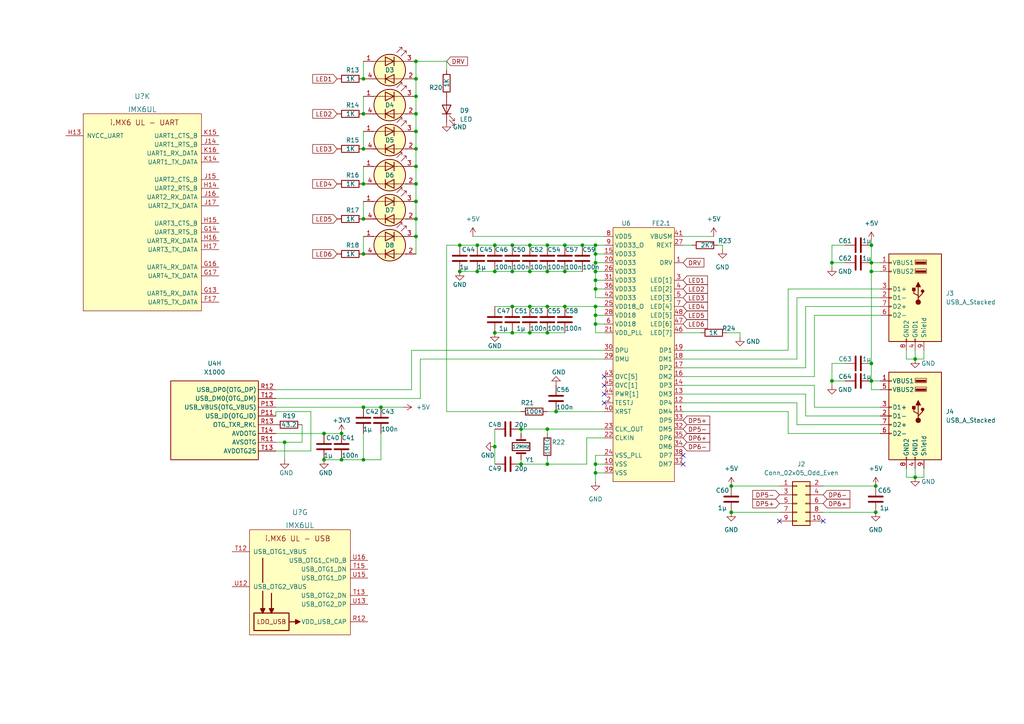
<source format=kicad_sch>
(kicad_sch (version 20211123) (generator eeschema)
  (paper "A4")
  (junction (at 252.73 105.41))
  (junction (at 153.67 71.12))
  (junction (at 163.83 78.74))
  (junction (at 120.65 38.1))
  (junction (at 148.59 88.9))
  (junction (at 252.73 110.49))
  (junction (at 153.67 78.74))
  (junction (at 120.65 17.78))
  (junction (at 172.72 83.82))
  (junction (at 172.72 91.44))
  (junction (at 158.75 88.9))
  (junction (at 161.29 119.38))
  (junction (at 105.41 43.18))
  (junction (at 172.72 93.98))
  (junction (at 138.43 78.74))
  (junction (at 172.72 81.28))
  (junction (at 99.06 133.35))
  (junction (at 120.65 27.94))
  (junction (at 82.55 128.27))
  (junction (at 252.73 71.12))
  (junction (at 158.75 71.12))
  (junction (at 105.41 118.11))
  (junction (at 99.06 125.73))
  (junction (at 252.73 76.2))
  (junction (at 105.41 53.34))
  (junction (at 254 148.59))
  (junction (at 172.72 76.2))
  (junction (at 168.91 71.12))
  (junction (at 158.75 124.46))
  (junction (at 265.43 138.43))
  (junction (at 148.59 78.74))
  (junction (at 93.98 125.73))
  (junction (at 143.51 78.74))
  (junction (at 110.49 118.11))
  (junction (at 254 140.97))
  (junction (at 120.65 53.34))
  (junction (at 105.41 63.5))
  (junction (at 158.75 96.52))
  (junction (at 120.65 68.58))
  (junction (at 148.59 96.52))
  (junction (at 212.09 140.97))
  (junction (at 120.65 33.02))
  (junction (at 133.35 78.74))
  (junction (at 241.3 110.49))
  (junction (at 172.72 88.9))
  (junction (at 143.51 71.12))
  (junction (at 153.67 88.9))
  (junction (at 148.59 71.12))
  (junction (at 120.65 58.42))
  (junction (at 172.72 73.66))
  (junction (at 120.65 22.86))
  (junction (at 151.13 134.62))
  (junction (at 120.65 63.5))
  (junction (at 163.83 88.9))
  (junction (at 93.98 133.35))
  (junction (at 143.51 129.54))
  (junction (at 241.3 76.2))
  (junction (at 158.75 134.62))
  (junction (at 172.72 78.74))
  (junction (at 172.72 134.62))
  (junction (at 172.72 71.12))
  (junction (at 120.65 48.26))
  (junction (at 153.67 96.52))
  (junction (at 133.35 71.12))
  (junction (at 105.41 22.86))
  (junction (at 143.51 96.52))
  (junction (at 105.41 133.35))
  (junction (at 172.72 137.16))
  (junction (at 252.73 78.74))
  (junction (at 105.41 73.66))
  (junction (at 105.41 33.02))
  (junction (at 212.09 148.59))
  (junction (at 163.83 71.12))
  (junction (at 120.65 43.18))
  (junction (at 138.43 71.12))
  (junction (at 265.43 104.14))
  (junction (at 151.13 124.46))
  (junction (at 158.75 78.74))
  (no_connect (at 198.12 134.62))
  (no_connect (at 198.12 132.08))
  (no_connect (at 175.26 114.3))
  (no_connect (at 175.26 111.76))
  (no_connect (at 175.26 109.22))
  (no_connect (at 238.76 151.13))
  (no_connect (at 226.06 151.13))
  (no_connect (at 175.26 116.84))
  (wire (pts (xy 105.41 48.26) (xy 105.41 53.34)))
  (wire (pts (xy 252.73 71.12) (xy 252.73 76.2)))
  (wire (pts (xy 198.12 109.22) (xy 236.22 109.22)))
  (wire (pts (xy 105.41 27.94) (xy 105.41 33.02)))
  (wire (pts (xy 148.59 88.9) (xy 153.67 88.9)))
  (wire (pts (xy 138.43 78.74) (xy 133.35 78.74)))
  (wire (pts (xy 120.65 68.58) (xy 120.65 73.66)))
  (wire (pts (xy 120.65 22.86) (xy 120.65 27.94)))
  (wire (pts (xy 148.59 71.12) (xy 153.67 71.12)))
  (wire (pts (xy 158.75 124.46) (xy 158.75 125.73)))
  (wire (pts (xy 198.12 68.58) (xy 207.01 68.58)))
  (wire (pts (xy 198.12 71.12) (xy 200.66 71.12)))
  (wire (pts (xy 170.18 134.62) (xy 158.75 134.62)))
  (wire (pts (xy 172.72 93.98) (xy 172.72 96.52)))
  (wire (pts (xy 153.67 78.74) (xy 148.59 78.74)))
  (wire (pts (xy 172.72 86.36) (xy 172.72 83.82)))
  (wire (pts (xy 233.68 88.9) (xy 255.27 88.9)))
  (wire (pts (xy 172.72 81.28) (xy 172.72 78.74)))
  (wire (pts (xy 172.72 73.66) (xy 172.72 71.12)))
  (wire (pts (xy 80.01 115.57) (xy 121.92 115.57)))
  (wire (pts (xy 208.28 71.12) (xy 209.55 71.12)))
  (wire (pts (xy 236.22 109.22) (xy 236.22 91.44)))
  (wire (pts (xy 158.75 124.46) (xy 151.13 124.46)))
  (wire (pts (xy 93.98 133.35) (xy 99.06 133.35)))
  (wire (pts (xy 172.72 137.16) (xy 175.26 137.16)))
  (wire (pts (xy 82.55 128.27) (xy 82.55 133.35)))
  (wire (pts (xy 105.41 17.78) (xy 105.41 22.86)))
  (wire (pts (xy 158.75 71.12) (xy 163.83 71.12)))
  (wire (pts (xy 214.63 96.52) (xy 214.63 97.79)))
  (wire (pts (xy 231.14 116.84) (xy 231.14 123.19)))
  (wire (pts (xy 172.72 91.44) (xy 175.26 91.44)))
  (wire (pts (xy 172.72 73.66) (xy 175.26 73.66)))
  (wire (pts (xy 168.91 71.12) (xy 172.72 71.12)))
  (wire (pts (xy 172.72 96.52) (xy 175.26 96.52)))
  (wire (pts (xy 252.73 113.03) (xy 255.27 113.03)))
  (wire (pts (xy 252.73 76.2) (xy 252.73 78.74)))
  (wire (pts (xy 120.65 38.1) (xy 120.65 43.18)))
  (wire (pts (xy 129.54 71.12) (xy 133.35 71.12)))
  (wire (pts (xy 158.75 96.52) (xy 163.83 96.52)))
  (wire (pts (xy 129.54 119.38) (xy 151.13 119.38)))
  (wire (pts (xy 172.72 83.82) (xy 175.26 83.82)))
  (wire (pts (xy 262.89 101.6) (xy 262.89 104.14)))
  (wire (pts (xy 228.6 101.6) (xy 228.6 83.82)))
  (wire (pts (xy 105.41 58.42) (xy 105.41 63.5)))
  (wire (pts (xy 175.26 86.36) (xy 172.72 86.36)))
  (wire (pts (xy 172.72 78.74) (xy 172.72 76.2)))
  (wire (pts (xy 110.49 118.11) (xy 116.84 118.11)))
  (wire (pts (xy 241.3 105.41) (xy 241.3 110.49)))
  (wire (pts (xy 148.59 78.74) (xy 143.51 78.74)))
  (wire (pts (xy 231.14 123.19) (xy 255.27 123.19)))
  (wire (pts (xy 158.75 124.46) (xy 175.26 124.46)))
  (wire (pts (xy 175.26 127) (xy 170.18 127)))
  (wire (pts (xy 252.73 76.2) (xy 255.27 76.2)))
  (wire (pts (xy 233.68 120.65) (xy 233.68 114.3)))
  (wire (pts (xy 265.43 135.89) (xy 265.43 138.43)))
  (wire (pts (xy 158.75 78.74) (xy 153.67 78.74)))
  (wire (pts (xy 231.14 104.14) (xy 231.14 86.36)))
  (wire (pts (xy 133.35 71.12) (xy 138.43 71.12)))
  (wire (pts (xy 80.01 113.03) (xy 119.38 113.03)))
  (wire (pts (xy 120.65 63.5) (xy 120.65 68.58)))
  (wire (pts (xy 233.68 106.68) (xy 233.68 88.9)))
  (wire (pts (xy 228.6 125.73) (xy 228.6 119.38)))
  (wire (pts (xy 121.92 104.14) (xy 121.92 115.57)))
  (wire (pts (xy 172.72 83.82) (xy 172.72 81.28)))
  (wire (pts (xy 252.73 69.85) (xy 252.73 71.12)))
  (wire (pts (xy 172.72 134.62) (xy 175.26 134.62)))
  (wire (pts (xy 252.73 110.49) (xy 252.73 113.03)))
  (wire (pts (xy 172.72 71.12) (xy 175.26 71.12)))
  (wire (pts (xy 163.83 88.9) (xy 172.72 88.9)))
  (wire (pts (xy 241.3 110.49) (xy 241.3 111.76)))
  (wire (pts (xy 236.22 118.11) (xy 255.27 118.11)))
  (wire (pts (xy 212.09 148.59) (xy 226.06 148.59)))
  (wire (pts (xy 161.29 119.38) (xy 175.26 119.38)))
  (wire (pts (xy 198.12 104.14) (xy 231.14 104.14)))
  (wire (pts (xy 80.01 128.27) (xy 82.55 128.27)))
  (wire (pts (xy 129.54 17.78) (xy 129.54 20.32)))
  (wire (pts (xy 241.3 76.2) (xy 241.3 77.47)))
  (wire (pts (xy 90.17 130.81) (xy 90.17 119.38)))
  (wire (pts (xy 143.51 71.12) (xy 148.59 71.12)))
  (wire (pts (xy 143.51 129.54) (xy 143.51 134.62)))
  (wire (pts (xy 153.67 71.12) (xy 158.75 71.12)))
  (wire (pts (xy 265.43 101.6) (xy 265.43 104.14)))
  (wire (pts (xy 158.75 134.62) (xy 151.13 134.62)))
  (wire (pts (xy 99.06 133.35) (xy 105.41 133.35)))
  (wire (pts (xy 137.16 68.58) (xy 175.26 68.58)))
  (wire (pts (xy 252.73 78.74) (xy 252.73 105.41)))
  (wire (pts (xy 170.18 127) (xy 170.18 134.62)))
  (wire (pts (xy 228.6 83.82) (xy 255.27 83.82)))
  (wire (pts (xy 120.65 43.18) (xy 120.65 48.26)))
  (wire (pts (xy 80.01 130.81) (xy 90.17 130.81)))
  (wire (pts (xy 267.97 138.43) (xy 267.97 135.89)))
  (wire (pts (xy 80.01 125.73) (xy 93.98 125.73)))
  (wire (pts (xy 120.65 48.26) (xy 120.65 53.34)))
  (wire (pts (xy 105.41 38.1) (xy 105.41 43.18)))
  (wire (pts (xy 105.41 118.11) (xy 110.49 118.11)))
  (wire (pts (xy 209.55 71.12) (xy 209.55 72.39)))
  (wire (pts (xy 265.43 104.14) (xy 267.97 104.14)))
  (wire (pts (xy 198.12 101.6) (xy 228.6 101.6)))
  (wire (pts (xy 93.98 125.73) (xy 99.06 125.73)))
  (wire (pts (xy 175.26 132.08) (xy 172.72 132.08)))
  (wire (pts (xy 80.01 119.38) (xy 90.17 119.38)))
  (wire (pts (xy 172.72 134.62) (xy 172.72 137.16)))
  (wire (pts (xy 143.51 96.52) (xy 148.59 96.52)))
  (wire (pts (xy 262.89 138.43) (xy 265.43 138.43)))
  (wire (pts (xy 262.89 104.14) (xy 265.43 104.14)))
  (wire (pts (xy 143.51 88.9) (xy 148.59 88.9)))
  (wire (pts (xy 241.3 71.12) (xy 241.3 76.2)))
  (wire (pts (xy 151.13 133.35) (xy 151.13 134.62)))
  (wire (pts (xy 245.11 105.41) (xy 241.3 105.41)))
  (wire (pts (xy 172.72 137.16) (xy 172.72 139.7)))
  (wire (pts (xy 238.76 148.59) (xy 254 148.59)))
  (wire (pts (xy 245.11 76.2) (xy 241.3 76.2)))
  (wire (pts (xy 228.6 125.73) (xy 255.27 125.73)))
  (wire (pts (xy 172.72 132.08) (xy 172.72 134.62)))
  (wire (pts (xy 158.75 119.38) (xy 161.29 119.38)))
  (wire (pts (xy 172.72 88.9) (xy 172.72 91.44)))
  (wire (pts (xy 228.6 119.38) (xy 198.12 119.38)))
  (wire (pts (xy 120.65 53.34) (xy 120.65 58.42)))
  (wire (pts (xy 163.83 71.12) (xy 168.91 71.12)))
  (wire (pts (xy 236.22 111.76) (xy 236.22 118.11)))
  (wire (pts (xy 252.73 105.41) (xy 252.73 110.49)))
  (wire (pts (xy 172.72 76.2) (xy 172.72 73.66)))
  (wire (pts (xy 120.65 27.94) (xy 120.65 33.02)))
  (wire (pts (xy 87.63 123.19) (xy 87.63 128.27)))
  (wire (pts (xy 198.12 96.52) (xy 203.2 96.52)))
  (wire (pts (xy 198.12 111.76) (xy 236.22 111.76)))
  (wire (pts (xy 168.91 78.74) (xy 163.83 78.74)))
  (wire (pts (xy 245.11 110.49) (xy 241.3 110.49)))
  (wire (pts (xy 172.72 76.2) (xy 175.26 76.2)))
  (wire (pts (xy 80.01 118.11) (xy 105.41 118.11)))
  (wire (pts (xy 172.72 78.74) (xy 175.26 78.74)))
  (wire (pts (xy 245.11 71.12) (xy 241.3 71.12)))
  (wire (pts (xy 265.43 138.43) (xy 267.97 138.43)))
  (wire (pts (xy 158.75 88.9) (xy 163.83 88.9)))
  (wire (pts (xy 252.73 110.49) (xy 255.27 110.49)))
  (wire (pts (xy 252.73 78.74) (xy 255.27 78.74)))
  (wire (pts (xy 198.12 106.68) (xy 233.68 106.68)))
  (wire (pts (xy 212.09 140.97) (xy 226.06 140.97)))
  (wire (pts (xy 158.75 133.35) (xy 158.75 134.62)))
  (wire (pts (xy 120.65 17.78) (xy 129.54 17.78)))
  (wire (pts (xy 175.26 104.14) (xy 121.92 104.14)))
  (wire (pts (xy 175.26 101.6) (xy 119.38 101.6)))
  (wire (pts (xy 138.43 71.12) (xy 143.51 71.12)))
  (wire (pts (xy 175.26 88.9) (xy 172.72 88.9)))
  (wire (pts (xy 163.83 78.74) (xy 158.75 78.74)))
  (wire (pts (xy 105.41 125.73) (xy 105.41 133.35)))
  (wire (pts (xy 120.65 33.02) (xy 120.65 38.1)))
  (wire (pts (xy 87.63 128.27) (xy 82.55 128.27)))
  (wire (pts (xy 143.51 124.46) (xy 143.51 129.54)))
  (wire (pts (xy 153.67 96.52) (xy 158.75 96.52)))
  (wire (pts (xy 105.41 68.58) (xy 105.41 73.66)))
  (wire (pts (xy 120.65 58.42) (xy 120.65 63.5)))
  (wire (pts (xy 233.68 114.3) (xy 198.12 114.3)))
  (wire (pts (xy 143.51 78.74) (xy 138.43 78.74)))
  (wire (pts (xy 129.54 119.38) (xy 129.54 71.12)))
  (wire (pts (xy 238.76 140.97) (xy 254 140.97)))
  (wire (pts (xy 151.13 124.46) (xy 151.13 125.73)))
  (wire (pts (xy 233.68 120.65) (xy 255.27 120.65)))
  (wire (pts (xy 172.72 81.28) (xy 175.26 81.28)))
  (wire (pts (xy 153.67 88.9) (xy 158.75 88.9)))
  (wire (pts (xy 267.97 104.14) (xy 267.97 101.6)))
  (wire (pts (xy 110.49 133.35) (xy 110.49 125.73)))
  (wire (pts (xy 105.41 133.35) (xy 110.49 133.35)))
  (wire (pts (xy 119.38 101.6) (xy 119.38 113.03)))
  (wire (pts (xy 231.14 86.36) (xy 255.27 86.36)))
  (wire (pts (xy 210.82 96.52) (xy 214.63 96.52)))
  (wire (pts (xy 262.89 135.89) (xy 262.89 138.43)))
  (wire (pts (xy 80.01 120.65) (xy 80.01 119.38)))
  (wire (pts (xy 172.72 93.98) (xy 175.26 93.98)))
  (wire (pts (xy 148.59 96.52) (xy 153.67 96.52)))
  (wire (pts (xy 120.65 17.78) (xy 120.65 22.86)))
  (wire (pts (xy 198.12 116.84) (xy 231.14 116.84)))
  (wire (pts (xy 172.72 91.44) (xy 172.72 93.98)))
  (wire (pts (xy 236.22 91.44) (xy 255.27 91.44)))
  (global_label "LED2" (shape input) (at 97.79 33.02 180) (property "Intersheet References" "${INTERSHEET_REFS}" (effects hide)))
  (global_label "DRV" (shape input) (at 129.54 17.78 0) (property "Intersheet References" "${INTERSHEET_REFS}" (effects hide)))
  (global_label "DP6+" (shape input) (at 198.12 127 0) (property "Intersheet References" "${INTERSHEET_REFS}" (effects hide)))
  (global_label "LED2" (shape input) (at 198.12 83.82 0) (property "Intersheet References" "${INTERSHEET_REFS}" (effects hide)))
  (global_label "DP6-" (shape input) (at 238.76 143.51 0) (property "Intersheet References" "${INTERSHEET_REFS}" (effects hide)))
  (global_label "LED6" (shape input) (at 198.12 93.98 0) (property "Intersheet References" "${INTERSHEET_REFS}" (effects hide)))
  (global_label "LED3" (shape input) (at 198.12 86.36 0) (property "Intersheet References" "${INTERSHEET_REFS}" (effects hide)))
  (global_label "LED3" (shape input) (at 97.79 43.18 180) (property "Intersheet References" "${INTERSHEET_REFS}" (effects hide)))
  (global_label "DP5-" (shape input) (at 198.12 124.46 0) (property "Intersheet References" "${INTERSHEET_REFS}" (effects hide)))
  (global_label "LED4" (shape input) (at 198.12 88.9 0) (property "Intersheet References" "${INTERSHEET_REFS}" (effects hide)))
  (global_label "LED6" (shape input) (at 97.79 73.66 180) (property "Intersheet References" "${INTERSHEET_REFS}" (effects hide)))
  (global_label "LED5" (shape input) (at 198.12 91.44 0) (property "Intersheet References" "${INTERSHEET_REFS}" (effects hide)))
  (global_label "DP6-" (shape input) (at 198.12 129.54 0) (property "Intersheet References" "${INTERSHEET_REFS}" (effects hide)))
  (global_label "DP5-" (shape input) (at 226.06 143.51 180) (property "Intersheet References" "${INTERSHEET_REFS}" (effects hide)))
  (global_label "DP6+" (shape input) (at 238.76 146.05 0) (property "Intersheet References" "${INTERSHEET_REFS}" (effects hide)))
  (global_label "LED5" (shape input) (at 97.79 63.5 180) (property "Intersheet References" "${INTERSHEET_REFS}" (effects hide)))
  (global_label "LED1" (shape input) (at 198.12 81.28 0) (property "Intersheet References" "${INTERSHEET_REFS}" (effects hide)))
  (global_label "DP5+" (shape input) (at 226.06 146.05 180) (property "Intersheet References" "${INTERSHEET_REFS}" (effects hide)))
  (global_label "DP5+" (shape input) (at 198.12 121.92 0) (property "Intersheet References" "${INTERSHEET_REFS}" (effects hide)))
  (global_label "DRV" (shape input) (at 198.12 76.2 0) (property "Intersheet References" "${INTERSHEET_REFS}" (effects hide)))
  (global_label "LED4" (shape input) (at 97.79 53.34 180) (property "Intersheet References" "${INTERSHEET_REFS}" (effects hide)))
  (global_label "LED1" (shape input) (at 97.79 22.86 180) (property "Intersheet References" "${INTERSHEET_REFS}" (effects hide)))
  (symbol (lib_id "Device:C") (at 143.51 92.71 0) (unit 1)
    (property "Reference" "C47" (at 146.05 90.17 0))
    (property "Value" "1µ" (at 146.05 95.25 0))
    (property "Footprint" "Capacitor_SMD:C_0402_1005Metric" (effects hide))
    (property "LCSC" "C5142580" (effects hide))
  )
  (symbol (lib_id "Device:R") (at 101.6 53.34 270) (unit 1)
    (property "Reference" "R16" (at 100.33 50.8 90) (effects (justify left)))
    (property "Value" "1K" (at 100.33 53.34 90) (effects (justify left)))
    (property "Footprint" "Resistor_SMD:R_0402_1005Metric" (effects hide))
  )
  (symbol (lib_id "TheBrutzlers_Lib:LED_Dual_LED") (at 113.03 60.96 0) (unit 1)
    (property "Reference" "D7" (at 113.03 60.96 0))
    (property "Value" "LED_Dual_LED" (effects hide))
    (property "Footprint" "TheBrutzlers_Lib:DUAL_LED_0603" (effects hide))
    (property "LCSC" "C364568" (effects hide))
  )
  (symbol (lib_id "power:GND") (at 143.51 96.52 0) (unit 1)
    (property "Reference" "#PWR047" (effects hide))
    (property "Value" "GND" (at 143.51 100.33 0))
  )
  (symbol (lib_id "Device:C") (at 168.91 74.93 0) (unit 1)
    (property "Reference" "C59" (at 168.91 72.39 0) (effects (justify left)))
    (property "Value" "100n" (at 168.91 77.47 0) (effects (justify left)))
    (property "Footprint" "Capacitor_SMD:C_0402_1005Metric" (effects hide))
    (property "LCSC" "C83056" (effects hide))
  )
  (symbol (lib_id "power:GND") (at 265.43 104.14 0) (unit 1)
    (property "Reference" "#PWR061" (effects hide))
    (property "Value" "GND" (at 269.24 105.41 0))
  )
  (symbol (lib_id "Device:R") (at 101.6 33.02 270) (unit 1)
    (property "Reference" "R14" (at 100.33 30.48 90) (effects (justify left)))
    (property "Value" "1K" (at 100.33 33.02 90) (effects (justify left)))
    (property "Footprint" "Resistor_SMD:R_0402_1005Metric" (effects hide))
  )
  (symbol (lib_id "power:GND") (at 129.54 35.56 0) (unit 1)
    (property "Reference" "#PWR044" (effects hide))
    (property "Value" "GND" (at 133.35 36.83 0))
  )
  (symbol (lib_id "Device:C") (at 153.67 92.71 0) (unit 1)
    (property "Reference" "C53" (at 153.67 90.17 0) (effects (justify left)))
    (property "Value" "100n" (at 153.67 95.25 0) (effects (justify left)))
    (property "Footprint" "Capacitor_SMD:C_0402_1005Metric" (effects hide))
    (property "LCSC" "C83056" (effects hide))
  )
  (symbol (lib_id "power:GND") (at 161.29 111.76 180) (unit 1)
    (property "Reference" "#PWR049" (effects hide))
    (property "Value" "GND" (at 160.02 107.95 0) (effects (justify right)))
  )
  (symbol (lib_id "Device:R") (at 101.6 73.66 270) (unit 1)
    (property "Reference" "R18" (at 100.33 71.12 90) (effects (justify left)))
    (property "Value" "1K" (at 100.33 73.66 90) (effects (justify left)))
    (property "Footprint" "Resistor_SMD:R_0402_1005Metric" (effects hide))
  )
  (symbol (lib_id "power:GND") (at 265.43 138.43 0) (unit 1)
    (property "Reference" "#PWR062" (effects hide))
    (property "Value" "GND" (at 269.24 139.7 0))
  )
  (symbol (lib_id "Device:C") (at 105.41 121.92 0) (unit 1)
    (property "Reference" "C42" (at 107.95 119.38 0))
    (property "Value" "1µ" (at 106.68 124.46 0))
    (property "Footprint" "Capacitor_SMD:C_0402_1005Metric" (effects hide))
    (property "LCSC" "C5142580" (effects hide))
  )
  (symbol (lib_id "Device:C") (at 248.92 76.2 270) (unit 1)
    (property "Reference" "C62" (at 245.11 74.93 90))
    (property "Value" "1µ" (at 251.46 74.93 90))
    (property "Footprint" "Capacitor_SMD:C_0402_1005Metric" (effects hide))
    (property "LCSC" "C5142580" (effects hide))
  )
  (symbol (lib_id "TheBrutzlers_Lib:LED_Dual_LED") (at 113.03 50.8 0) (unit 1)
    (property "Reference" "D6" (at 113.03 50.8 0))
    (property "Value" "LED_Dual_LED" (effects hide))
    (property "Footprint" "TheBrutzlers_Lib:DUAL_LED_0603" (effects hide))
    (property "LCSC" "C364568" (effects hide))
  )
  (symbol (lib_id "TheBrutzlers_Lib:LED_Dual_LED") (at 113.03 20.32 0) (unit 1)
    (property "Reference" "D3" (at 113.03 20.32 0))
    (property "Value" "LED_Dual_LED" (effects hide))
    (property "Footprint" "TheBrutzlers_Lib:DUAL_LED_0603" (effects hide))
    (property "LCSC" "C364568" (effects hide))
  )
  (symbol (lib_id "Device:C") (at 148.59 74.93 0) (unit 1)
    (property "Reference" "C50" (at 148.59 72.39 0) (effects (justify left)))
    (property "Value" "100n" (at 148.59 77.47 0) (effects (justify left)))
    (property "Footprint" "Capacitor_SMD:C_0402_1005Metric" (effects hide))
    (property "LCSC" "C83056" (effects hide))
  )
  (symbol (lib_id "Device:R") (at 204.47 71.12 270) (unit 1)
    (property "Reference" "R23" (at 208.28 69.85 90) (effects (justify left)))
    (property "Value" "2K7" (at 203.2 71.12 90) (effects (justify left)))
    (property "Footprint" "Resistor_SMD:R_0402_1005Metric" (effects hide))
    (property "LCSC" "C140189" (effects hide))
  )
  (symbol (lib_id "power:+5V") (at 116.84 118.11 270) (unit 1)
    (property "Reference" "#PWR043" (effects hide))
    (property "Value" "+5V" (at 120.65 118.1099 90) (effects (justify left)))
  )
  (symbol (lib_id "Device:R") (at 129.54 24.13 0) (unit 1)
    (property "Reference" "R20" (at 124.46 25.4 0) (effects (justify left)))
    (property "Value" "1K" (at 129.54 25.4 90) (effects (justify left)))
    (property "Footprint" "Resistor_SMD:R_0402_1005Metric" (effects hide))
  )
  (symbol (lib_id "Connector:USB_A_Stacked") (at 265.43 120.65 0) (mirror y) (unit 1)
    (property "Reference" "J4" (at 274.32 119.3799 0) (effects (justify right)))
    (property "Value" "USB_A_Stacked" (at 274.32 121.9199 0) (effects (justify right)))
    (property "Footprint" "Connector_USB:USB_A_Wuerth_61400826021_Horizontal_Stacked" (effects hide))
    (property "LCSC" "C2979073" (effects hide))
  )
  (symbol (lib_id "Device:R") (at 154.94 119.38 90) (unit 1)
    (property "Reference" "R21" (at 154.94 116.84 90) (effects (justify left)))
    (property "Value" "100K" (at 157.48 119.38 90) (effects (justify left)))
    (property "Footprint" "Resistor_SMD:R_0402_1005Metric" (effects hide))
  )
  (symbol (lib_id "power:+5V") (at 252.73 69.85 0) (unit 1)
    (property "Reference" "#PWR058" (effects hide))
    (property "Value" "+5V" (at 252.73 64.77 0))
  )
  (symbol (lib_id "Device:C") (at 147.32 124.46 90) (unit 1)
    (property "Reference" "C48" (at 143.51 123.19 90))
    (property "Value" "20p" (at 151.13 123.19 90))
    (property "Footprint" "Capacitor_SMD:C_0402_1005Metric" (effects hide))
    (property "LCSC" "C880615" (effects hide))
  )
  (symbol (lib_id "Device:C") (at 138.43 74.93 0) (unit 1)
    (property "Reference" "C45" (at 140.97 72.39 0))
    (property "Value" "1µ" (at 139.7 77.47 0))
    (property "Footprint" "Capacitor_SMD:C_0402_1005Metric" (effects hide))
    (property "LCSC" "C5142580" (effects hide))
  )
  (symbol (lib_id "TheBrutzlers_Lib:IMX6UL") (at 86.36 153.67 0) (unit 7)
    (property "Reference" "U?" (at 86.995 148.59 0) (effects (font (size 1.524 1.524))))
    (property "Value" "IMX6UL" (at 86.995 152.4 0) (effects (font (size 1.524 1.524))))
    (property "Footprint" "TheBrutzlers_Lib:IMX6UL_BGA289" (effects hide))
    (property "Datasheet" "https://www.mouser.de/datasheet/2/302/IMX6ULLIEC-1126297.pdf" (effects hide))
    (property "LCSC" "C414042" (effects hide))
  )
  (symbol (lib_id "power:+5V") (at 254 140.97 0) (unit 1)
    (property "Reference" "#PWR059" (effects hide))
    (property "Value" "+5V" (at 254 135.89 0))
  )
  (symbol (lib_id "power:GND") (at 93.98 133.35 0) (unit 1)
    (property "Reference" "#PWR041" (effects hide))
    (property "Value" "GND" (at 96.52 137.16 0) (effects (justify right)))
  )
  (symbol (lib_id "Device:C") (at 153.67 74.93 0) (unit 1)
    (property "Reference" "C52" (at 153.67 72.39 0) (effects (justify left)))
    (property "Value" "100n" (at 153.67 77.47 0) (effects (justify left)))
    (property "Footprint" "Capacitor_SMD:C_0402_1005Metric" (effects hide))
    (property "LCSC" "C83056" (effects hide))
  )
  (symbol (lib_id "power:GND") (at 82.55 133.35 0) (unit 1)
    (property "Reference" "#PWR040" (effects hide))
    (property "Value" "GND" (at 85.09 137.16 0) (effects (justify right)))
  )
  (symbol (lib_id "TheBrutzlers_Lib:LED_Dual_LED") (at 113.03 30.48 0) (unit 1)
    (property "Reference" "D4" (at 113.03 30.48 0))
    (property "Value" "LED_Dual_LED" (effects hide))
    (property "Footprint" "TheBrutzlers_Lib:DUAL_LED_0603" (effects hide))
    (property "LCSC" "C364568" (effects hide))
  )
  (symbol (lib_id "Device:C") (at 147.32 134.62 90) (unit 1)
    (property "Reference" "C49" (at 143.51 135.89 90))
    (property "Value" "20p" (at 151.13 135.89 90))
    (property "Footprint" "Capacitor_SMD:C_0402_1005Metric" (effects hide))
    (property "LCSC" "C880615" (effects hide))
  )
  (symbol (lib_id "Device:C") (at 158.75 92.71 0) (unit 1)
    (property "Reference" "C55" (at 158.75 90.17 0) (effects (justify left)))
    (property "Value" "100n" (at 158.75 95.25 0) (effects (justify left)))
    (property "Footprint" "Capacitor_SMD:C_0402_1005Metric" (effects hide))
    (property "LCSC" "C83056" (effects hide))
  )
  (symbol (lib_id "Device:R") (at 158.75 129.54 0) (unit 1)
    (property "Reference" "R22" (at 160.02 128.27 0) (effects (justify left)))
    (property "Value" "1MEG" (at 158.75 132.08 90) (effects (justify left)))
    (property "Footprint" "Resistor_SMD:R_0402_1005Metric" (effects hide))
    (property "LCSC" "C2909328" (effects hide))
  )
  (symbol (lib_id "power:GND") (at 241.3 111.76 0) (unit 1)
    (property "Reference" "#PWR057" (effects hide))
    (property "Value" "GND" (at 245.11 113.03 0))
  )
  (symbol (lib_id "Device:C") (at 99.06 129.54 0) (unit 1)
    (property "Reference" "C41" (at 99.06 127 0) (effects (justify left)))
    (property "Value" "100n" (at 99.06 132.08 0) (effects (justify left)))
    (property "Footprint" "Capacitor_SMD:C_0402_1005Metric" (effects hide))
    (property "LCSC" "C83056" (effects hide))
  )
  (symbol (lib_id "Device:R") (at 83.82 123.19 90) (unit 1)
    (property "Reference" "R19" (at 83.82 120.65 90))
    (property "Value" "43.2" (at 83.82 123.19 90))
    (property "Footprint" "Resistor_SMD:R_0402_1005Metric" (effects hide))
    (property "LCSC" "C324880" (effects hide))
  )
  (symbol (lib_id "Device:C") (at 148.59 92.71 0) (unit 1)
    (property "Reference" "C51" (at 151.13 90.17 0))
    (property "Value" "1µ" (at 151.13 95.25 0))
    (property "Footprint" "Capacitor_SMD:C_0402_1005Metric" (effects hide))
    (property "LCSC" "C5142580" (effects hide))
  )
  (symbol (lib_id "TheBrutzlers_Lib:LED_Dual_LED") (at 113.03 40.64 0) (unit 1)
    (property "Reference" "D5" (at 113.03 40.64 0))
    (property "Value" "LED_Dual_LED" (effects hide))
    (property "Footprint" "TheBrutzlers_Lib:DUAL_LED_0603" (effects hide))
    (property "LCSC" "C364568" (effects hide))
  )
  (symbol (lib_id "Device:C") (at 248.92 71.12 270) (unit 1)
    (property "Reference" "C61" (at 245.11 69.85 90))
    (property "Value" "1µ" (at 251.46 69.85 90))
    (property "Footprint" "Capacitor_SMD:C_0402_1005Metric" (effects hide))
    (property "LCSC" "C5142580" (effects hide))
  )
  (symbol (lib_id "power:+5V") (at 207.01 68.58 0) (unit 1)
    (property "Reference" "#PWR051" (effects hide))
    (property "Value" "+5V" (at 207.01 63.5 0))
  )
  (symbol (lib_id "power:GND") (at 241.3 77.47 0) (unit 1)
    (property "Reference" "#PWR056" (effects hide))
    (property "Value" "GND" (at 245.11 78.74 0))
  )
  (symbol (lib_id "Connector_Generic:Conn_02x05_Odd_Even") (at 231.14 146.05 0) (unit 1)
    (property "Reference" "J2" (at 232.41 134.62 0))
    (property "Value" "Conn_02x05_Odd_Even" (at 232.41 137.16 0))
    (property "Footprint" "Connector_PinHeader_2.54mm:PinHeader_2x05_P2.54mm_Vertical" (effects hide))
  )
  (symbol (lib_id "Device:C") (at 161.29 115.57 0) (unit 1)
    (property "Reference" "C56" (at 161.29 113.03 0) (effects (justify left)))
    (property "Value" "100n" (at 161.29 118.11 0) (effects (justify left)))
    (property "Footprint" "Capacitor_SMD:C_0402_1005Metric" (effects hide))
    (property "LCSC" "C83056" (effects hide))
  )
  (symbol (lib_id "power:GND") (at 143.51 129.54 270) (unit 1)
    (property "Reference" "#PWR048" (effects hide))
    (property "Value" "GND" (at 143.51 132.08 90) (effects (justify right)))
  )
  (symbol (lib_id "Device:C") (at 163.83 74.93 0) (unit 1)
    (property "Reference" "C57" (at 163.83 72.39 0) (effects (justify left)))
    (property "Value" "100n" (at 163.83 77.47 0) (effects (justify left)))
    (property "Footprint" "Capacitor_SMD:C_0402_1005Metric" (effects hide))
    (property "LCSC" "C83056" (effects hide))
  )
  (symbol (lib_id "Device:C") (at 93.98 129.54 0) (unit 1)
    (property "Reference" "C40" (at 96.52 127 0))
    (property "Value" "1µ" (at 95.25 132.08 0))
    (property "Footprint" "Capacitor_SMD:C_0402_1005Metric" (effects hide))
    (property "LCSC" "C5142580" (effects hide))
  )
  (symbol (lib_id "Device:C") (at 133.35 74.93 0) (unit 1)
    (property "Reference" "C44" (at 135.89 72.39 0))
    (property "Value" "1µ" (at 134.62 77.47 0))
    (property "Footprint" "Capacitor_SMD:C_0402_1005Metric" (effects hide))
    (property "LCSC" "C5142580" (effects hide))
  )
  (symbol (lib_id "Device:R") (at 101.6 63.5 270) (unit 1)
    (property "Reference" "R17" (at 100.33 60.96 90) (effects (justify left)))
    (property "Value" "1K" (at 100.33 63.5 90) (effects (justify left)))
    (property "Footprint" "Resistor_SMD:R_0402_1005Metric" (effects hide))
  )
  (symbol (lib_id "Device:LED") (at 129.54 31.75 90) (unit 1)
    (property "Reference" "D9" (at 133.35 32.0674 90) (effects (justify right)))
    (property "Value" "LED" (at 133.35 34.6074 90) (effects (justify right)))
    (property "Footprint" "LED_SMD:LED_0402_1005Metric" (effects hide))
    (property "LCSC" "C965795" (effects hide))
  )
  (symbol (lib_id "Device:C") (at 254 144.78 0) (unit 1)
    (property "Reference" "C65" (at 256.54 142.24 0))
    (property "Value" "1µ" (at 256.54 147.32 0))
    (property "Footprint" "Capacitor_SMD:C_0402_1005Metric" (effects hide))
    (property "LCSC" "C5142580" (effects hide))
  )
  (symbol (lib_id "Device:C") (at 110.49 121.92 0) (unit 1)
    (property "Reference" "C43" (at 110.49 119.38 0) (effects (justify left)))
    (property "Value" "100n" (at 110.49 124.46 0) (effects (justify left)))
    (property "Footprint" "Capacitor_SMD:C_0402_1005Metric" (effects hide))
    (property "LCSC" "C83056" (effects hide))
  )
  (symbol (lib_id "Device:C") (at 143.51 74.93 0) (unit 1)
    (property "Reference" "C46" (at 143.51 72.39 0) (effects (justify left)))
    (property "Value" "100n" (at 143.51 77.47 0) (effects (justify left)))
    (property "Footprint" "Capacitor_SMD:C_0402_1005Metric" (effects hide))
    (property "LCSC" "C83056" (effects hide))
  )
  (symbol (lib_id "TheBrutzlers_Lib:LED_Dual_LED") (at 113.03 71.12 0) (unit 1)
    (property "Reference" "D8" (at 113.03 71.12 0))
    (property "Value" "LED_Dual_LED" (effects hide))
    (property "Footprint" "TheBrutzlers_Lib:DUAL_LED_0603" (effects hide))
    (property "LCSC" "C364568" (effects hide))
  )
  (symbol (lib_id "Device:R") (at 101.6 22.86 270) (unit 1)
    (property "Reference" "R13" (at 100.33 20.32 90) (effects (justify left)))
    (property "Value" "1K" (at 100.33 22.86 90) (effects (justify left)))
    (property "Footprint" "Resistor_SMD:R_0402_1005Metric" (effects hide))
  )
  (symbol (lib_id "power:GND") (at 212.09 148.59 0) (unit 1)
    (property "Reference" "#PWR054" (effects hide))
    (property "Value" "GND" (at 212.09 153.67 0))
  )
  (symbol (lib_id "TheBrutzlers_Lib:IMX6UL") (at 41.91 33.02 0) (unit 11)
    (property "Reference" "U?" (at 41.275 27.94 0) (effects (font (size 1.524 1.524))))
    (property "Value" "IMX6UL" (at 41.275 31.75 0) (effects (font (size 1.524 1.524))))
    (property "Footprint" "TheBrutzlers_Lib:IMX6UL_BGA289" (effects hide))
    (property "Datasheet" "https://www.mouser.de/datasheet/2/302/IMX6ULLIEC-1126297.pdf" (effects hide))
    (property "LCSC" "C414042" (effects hide))
  )
  (symbol (lib_id "Device:Crystal") (at 151.13 129.54 90) (unit 1)
    (property "Reference" "Y1" (at 152.4 133.35 90) (effects (justify right)))
    (property "Value" "12MHz" (at 148.59 129.54 90) (effects (font (size 1 1)) (justify right)))
    (property "Footprint" "Crystal:Crystal_SMD_ECS_CSM3X-2Pin_7.6x4.1mm" (effects hide))
    (property "LCSC" "C555582" (effects hide))
  )
  (symbol (lib_id "Device:C") (at 163.83 92.71 0) (unit 1)
    (property "Reference" "C58" (at 163.83 90.17 0) (effects (justify left)))
    (property "Value" "100n" (at 163.83 95.25 0) (effects (justify left)))
    (property "Footprint" "Capacitor_SMD:C_0402_1005Metric" (effects hide))
    (property "LCSC" "C83056" (effects hide))
  )
  (symbol (lib_id "power:GND") (at 214.63 97.79 0) (unit 1)
    (property "Reference" "#PWR055" (effects hide))
    (property "Value" "GND" (at 218.44 99.06 0))
  )
  (symbol (lib_id "power:GND") (at 254 148.59 0) (unit 1)
    (property "Reference" "#PWR060" (effects hide))
    (property "Value" "GND" (at 254 153.67 0))
  )
  (symbol (lib_id "Device:C") (at 212.09 144.78 0) (unit 1)
    (property "Reference" "C60" (at 209.55 142.24 0))
    (property "Value" "1µ" (at 209.55 147.32 0))
    (property "Footprint" "Capacitor_SMD:C_0402_1005Metric" (effects hide))
    (property "LCSC" "C5142580" (effects hide))
  )
  (symbol (lib_id "Device:R") (at 207.01 96.52 90) (unit 1)
    (property "Reference" "R24" (at 213.36 95.25 90) (effects (justify left)))
    (property "Value" "1K" (at 208.28 96.52 90) (effects (justify left)))
    (property "Footprint" "Resistor_SMD:R_0402_1005Metric" (effects hide))
  )
  (symbol (lib_id "power:+5V") (at 212.09 140.97 0) (unit 1)
    (property "Reference" "#PWR053" (effects hide))
    (property "Value" "+5V" (at 212.09 135.89 0))
  )
  (symbol (lib_id "Device:C") (at 158.75 74.93 0) (unit 1)
    (property "Reference" "C54" (at 158.75 72.39 0) (effects (justify left)))
    (property "Value" "100n" (at 158.75 77.47 0) (effects (justify left)))
    (property "Footprint" "Capacitor_SMD:C_0402_1005Metric" (effects hide))
    (property "LCSC" "C83056" (effects hide))
  )
  (symbol (lib_id "Device:C") (at 248.92 105.41 270) (unit 1)
    (property "Reference" "C63" (at 245.11 104.14 90))
    (property "Value" "1µ" (at 251.46 104.14 90))
    (property "Footprint" "Capacitor_SMD:C_0402_1005Metric" (effects hide))
    (property "LCSC" "C5142580" (effects hide))
  )
  (symbol (lib_id "TheBrutzlers_Lib:FE2.1") (at 187.96 99.06 0) (unit 1)
    (property "Reference" "U6" (at 181.61 64.77 0))
    (property "Value" "FE2.1" (at 191.77 64.77 0))
    (property "Footprint" "Package_QFP:LQFP-48_7x7mm_P0.5mm" (effects hide))
    (property "Datasheet" "https://datasheet.lcsc.com/lcsc/2208041530_Terminus-Tech-FE2-1_C39693.pdf" (effects hide))
    (property "LCSC" "C39693" (effects hide))
  )
  (symbol (lib_id "Device:C") (at 248.92 110.49 270) (unit 1)
    (property "Reference" "C64" (at 245.11 109.22 90))
    (property "Value" "1µ" (at 251.46 109.22 90))
    (property "Footprint" "Capacitor_SMD:C_0402_1005Metric" (effects hide))
    (property "LCSC" "C5142580" (effects hide))
  )
  (symbol (lib_id "power:+5V") (at 137.16 68.58 0) (unit 1)
    (property "Reference" "#PWR046" (effects hide))
    (property "Value" "+5V" (at 137.16 63.5 0))
  )
  (symbol (lib_id "Connector:USB_A_Stacked") (at 265.43 86.36 0) (mirror y) (unit 1)
    (property "Reference" "J3" (at 274.32 85.0899 0) (effects (justify right)))
    (property "Value" "USB_A_Stacked" (at 274.32 87.6299 0) (effects (justify right)))
    (property "Footprint" "Connector_USB:USB_A_Wuerth_61400826021_Horizontal_Stacked" (effects hide))
    (property "LCSC" "C2979073" (effects hide))
  )
  (symbol (lib_id "power:GND") (at 209.55 72.39 0) (unit 1)
    (property "Reference" "#PWR052" (effects hide))
    (property "Value" "GND" (at 209.55 77.47 0))
  )
  (symbol (lib_id "power:GND") (at 172.72 139.7 0) (unit 1)
    (property "Reference" "#PWR050" (effects hide))
    (property "Value" "GND" (at 172.72 144.78 0))
  )
  (symbol (lib_id "power:GND") (at 133.35 78.74 0) (unit 1)
    (property "Reference" "#PWR045" (effects hide))
    (property "Value" "GND" (at 133.35 82.55 0))
  )
  (symbol (lib_id "power:+3V3") (at 99.06 125.73 0) (unit 1)
    (property "Reference" "#PWR042" (effects hide))
    (property "Value" "+3V3" (at 99.06 121.92 0))
  )
  (symbol (lib_id "TheBrutzlers_Lib:X1000") (at 44.45 113.03 0) (unit 8)
    (property "Reference" "U4" (at 62.23 105.41 0))
    (property "Value" "X1000" (at 62.23 107.95 0))
    (property "Footprint" "TheBrutzlers_Lib:BGA256C80P16X16_1300X1300X130N" (effects hide))
  )
  (symbol (lib_id "Device:R") (at 101.6 43.18 270) (unit 1)
    (property "Reference" "R15" (at 100.33 40.64 90) (effects (justify left)))
    (property "Value" "1K" (at 100.33 43.18 90) (effects (justify left)))
    (property "Footprint" "Resistor_SMD:R_0402_1005Metric" (effects hide))
  )
)
</source>
